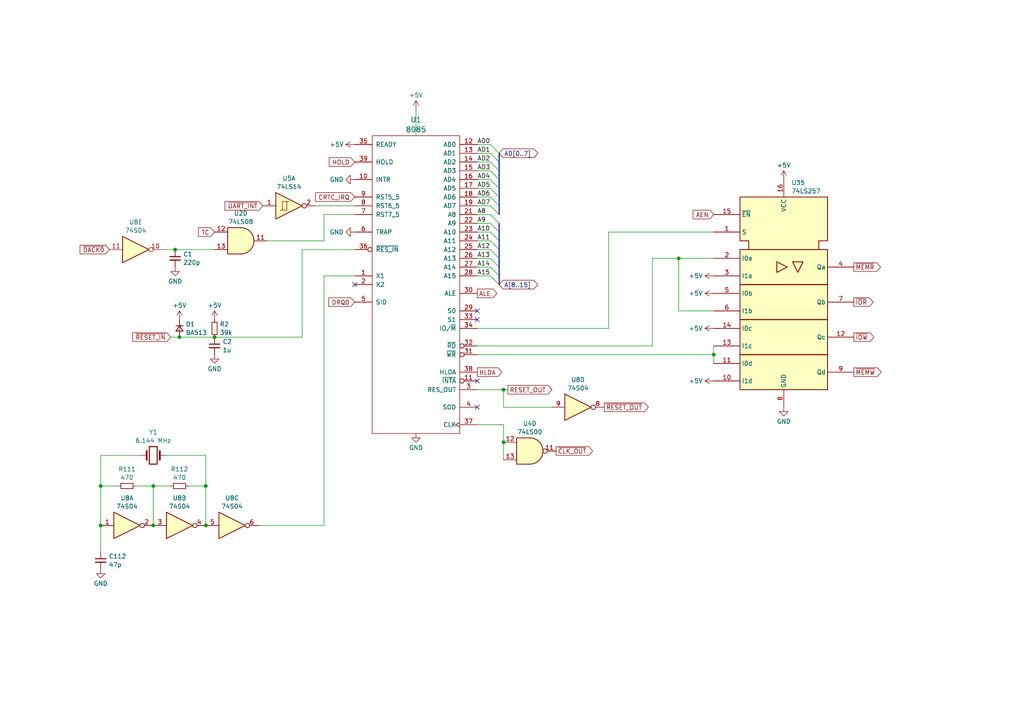
<source format=kicad_sch>
(kicad_sch (version 20230121) (generator eeschema)
  (paper "A4")
  (title_block (title "Iskra Delta Partner Video (text) 30 797 044") (date "2023-08-17") (rev "1") (company "Jernej Jakob <jernej.jakob@gmail.com>") (comment 1 "reverse engineered by hand"))
  (lib_symbols
    (symbol "74xx:74LS00" (pin_names (offset 1.016))
      (property "Reference" "U" (at 0 1.27 0))
      (property "Value" "74LS00" (at 0 -1.27 0))
      (symbol "74LS00_1_1"
        (arc (start 0 -3.81) (mid 3.7934 0) (end 0 3.81) (stroke (width 0.254)) (fill (type background)))
        (polyline (pts (xy 0 3.81) (xy -3.81 3.81) (xy -3.81 -3.81) (xy 0 -3.81)) (stroke (width 0.254)) (fill (type background)))
        (pin input line (at -7.62 2.54 0) (length 3.81) (name "~") (number "1"))
        (pin input line (at -7.62 -2.54 0) (length 3.81) (name "~") (number "2"))
        (pin output inverted (at 7.62 0 180) (length 3.81) (name "~") (number "3"))
      )
      (symbol "74LS00_1_2"
        (arc (start -3.81 -3.81) (mid -2.589 0) (end -3.81 3.81) (stroke (width 0.254)))
        (arc (start -0.6096 -3.81) (mid 2.1842 -2.5851) (end 3.81 0) (stroke (width 0.254)) (fill (type background)))
        (polyline (pts (xy -3.81 -3.81) (xy -0.635 -3.81)) (stroke (width 0.254)) (fill (type background)))
        (polyline (pts (xy -3.81 3.81) (xy -0.635 3.81)) (stroke (width 0.254)) (fill (type background)))
        (polyline (pts (xy -0.635 3.81) (xy -3.81 3.81) (xy -3.81 3.81) (xy -3.556 3.4036) (xy -3.0226 2.2606) (xy -2.6924 1.0414) (xy -2.6162 -0.254) (xy -2.7686 -1.4986) (xy -3.175 -2.7178) (xy -3.81 -3.81) (xy -3.81 -3.81) (xy -0.635 -3.81)) (stroke (width -25.4)) (fill (type background)))
        (arc (start 3.81 0) (mid 2.1915 2.5936) (end -0.6096 3.81) (stroke (width 0.254)) (fill (type background)))
        (pin input inverted (at -7.62 2.54 0) (length 4.318) (name "~") (number "1"))
        (pin input inverted (at -7.62 -2.54 0) (length 4.318) (name "~") (number "2"))
        (pin output line (at 7.62 0 180) (length 3.81) (name "~") (number "3"))
      )
      (symbol "74LS00_2_1"
        (arc (start 0 -3.81) (mid 3.7934 0) (end 0 3.81) (stroke (width 0.254)) (fill (type background)))
        (polyline (pts (xy 0 3.81) (xy -3.81 3.81) (xy -3.81 -3.81) (xy 0 -3.81)) (stroke (width 0.254)) (fill (type background)))
        (pin input line (at -7.62 2.54 0) (length 3.81) (name "~") (number "4"))
        (pin input line (at -7.62 -2.54 0) (length 3.81) (name "~") (number "5"))
        (pin output inverted (at 7.62 0 180) (length 3.81) (name "~") (number "6"))
      )
      (symbol "74LS00_2_2"
        (arc (start -3.81 -3.81) (mid -2.589 0) (end -3.81 3.81) (stroke (width 0.254)))
        (arc (start -0.6096 -3.81) (mid 2.1842 -2.5851) (end 3.81 0) (stroke (width 0.254)) (fill (type background)))
        (polyline (pts (xy -3.81 -3.81) (xy -0.635 -3.81)) (stroke (width 0.254)) (fill (type background)))
        (polyline (pts (xy -3.81 3.81) (xy -0.635 3.81)) (stroke (width 0.254)) (fill (type background)))
        (polyline (pts (xy -0.635 3.81) (xy -3.81 3.81) (xy -3.81 3.81) (xy -3.556 3.4036) (xy -3.0226 2.2606) (xy -2.6924 1.0414) (xy -2.6162 -0.254) (xy -2.7686 -1.4986) (xy -3.175 -2.7178) (xy -3.81 -3.81) (xy -3.81 -3.81) (xy -0.635 -3.81)) (stroke (width -25.4)) (fill (type background)))
        (arc (start 3.81 0) (mid 2.1915 2.5936) (end -0.6096 3.81) (stroke (width 0.254)) (fill (type background)))
        (pin input inverted (at -7.62 2.54 0) (length 4.318) (name "~") (number "4"))
        (pin input inverted (at -7.62 -2.54 0) (length 4.318) (name "~") (number "5"))
        (pin output line (at 7.62 0 180) (length 3.81) (name "~") (number "6"))
      )
      (symbol "74LS00_3_1"
        (arc (start 0 -3.81) (mid 3.7934 0) (end 0 3.81) (stroke (width 0.254)) (fill (type background)))
        (polyline (pts (xy 0 3.81) (xy -3.81 3.81) (xy -3.81 -3.81) (xy 0 -3.81)) (stroke (width 0.254)) (fill (type background)))
        (pin input line (at -7.62 -2.54 0) (length 3.81) (name "~") (number "10"))
        (pin output inverted (at 7.62 0 180) (length 3.81) (name "~") (number "8"))
        (pin input line (at -7.62 2.54 0) (length 3.81) (name "~") (number "9"))
      )
      (symbol "74LS00_3_2"
        (arc (start -3.81 -3.81) (mid -2.589 0) (end -3.81 3.81) (stroke (width 0.254)))
        (arc (start -0.6096 -3.81) (mid 2.1842 -2.5851) (end 3.81 0) (stroke (width 0.254)) (fill (type background)))
        (polyline (pts (xy -3.81 -3.81) (xy -0.635 -3.81)) (stroke (width 0.254)) (fill (type background)))
        (polyline (pts (xy -3.81 3.81) (xy -0.635 3.81)) (stroke (width 0.254)) (fill (type background)))
        (polyline (pts (xy -0.635 3.81) (xy -3.81 3.81) (xy -3.81 3.81) (xy -3.556 3.4036) (xy -3.0226 2.2606) (xy -2.6924 1.0414) (xy -2.6162 -0.254) (xy -2.7686 -1.4986) (xy -3.175 -2.7178) (xy -3.81 -3.81) (xy -3.81 -3.81) (xy -0.635 -3.81)) (stroke (width -25.4)) (fill (type background)))
        (arc (start 3.81 0) (mid 2.1915 2.5936) (end -0.6096 3.81) (stroke (width 0.254)) (fill (type background)))
        (pin input inverted (at -7.62 -2.54 0) (length 4.318) (name "~") (number "10"))
        (pin output line (at 7.62 0 180) (length 3.81) (name "~") (number "8"))
        (pin input inverted (at -7.62 2.54 0) (length 4.318) (name "~") (number "9"))
      )
      (symbol "74LS00_4_1"
        (arc (start 0 -3.81) (mid 3.7934 0) (end 0 3.81) (stroke (width 0.254)) (fill (type background)))
        (polyline (pts (xy 0 3.81) (xy -3.81 3.81) (xy -3.81 -3.81) (xy 0 -3.81)) (stroke (width 0.254)) (fill (type background)))
        (pin output inverted (at 7.62 0 180) (length 3.81) (name "~") (number "11"))
        (pin input line (at -7.62 2.54 0) (length 3.81) (name "~") (number "12"))
        (pin input line (at -7.62 -2.54 0) (length 3.81) (name "~") (number "13"))
      )
      (symbol "74LS00_4_2"
        (arc (start -3.81 -3.81) (mid -2.589 0) (end -3.81 3.81) (stroke (width 0.254)))
        (arc (start -0.6096 -3.81) (mid 2.1842 -2.5851) (end 3.81 0) (stroke (width 0.254)) (fill (type background)))
        (polyline (pts (xy -3.81 -3.81) (xy -0.635 -3.81)) (stroke (width 0.254)) (fill (type background)))
        (polyline (pts (xy -3.81 3.81) (xy -0.635 3.81)) (stroke (width 0.254)) (fill (type background)))
        (polyline (pts (xy -0.635 3.81) (xy -3.81 3.81) (xy -3.81 3.81) (xy -3.556 3.4036) (xy -3.0226 2.2606) (xy -2.6924 1.0414) (xy -2.6162 -0.254) (xy -2.7686 -1.4986) (xy -3.175 -2.7178) (xy -3.81 -3.81) (xy -3.81 -3.81) (xy -0.635 -3.81)) (stroke (width -25.4)) (fill (type background)))
        (arc (start 3.81 0) (mid 2.1915 2.5936) (end -0.6096 3.81) (stroke (width 0.254)) (fill (type background)))
        (pin output line (at 7.62 0 180) (length 3.81) (name "~") (number "11"))
        (pin input inverted (at -7.62 2.54 0) (length 4.318) (name "~") (number "12"))
        (pin input inverted (at -7.62 -2.54 0) (length 4.318) (name "~") (number "13"))
      )
      (symbol "74LS00_5_0"
        (pin power_in line (at 0 12.7 270) (length 5.08) (name "VCC") (number "14"))
        (pin power_in line (at 0 -12.7 90) (length 5.08) (name "GND") (number "7"))
      )
      (symbol "74LS00_5_1"
        (rectangle (start -5.08 7.62) (end 5.08 -7.62) (stroke (width 0.254)) (fill (type background)))
      )
    )
    (symbol "74xx:74LS04"
      (property "Reference" "U" (at 0 1.27 0))
      (property "Value" "74LS04" (at 0 -1.27 0))
      (symbol "74LS04_1_0"
        (polyline (pts (xy -3.81 3.81) (xy -3.81 -3.81) (xy 3.81 0) (xy -3.81 3.81)) (stroke (width 0.254)) (fill (type background)))
        (pin input line (at -7.62 0 0) (length 3.81) (name "~") (number "1"))
        (pin output inverted (at 7.62 0 180) (length 3.81) (name "~") (number "2"))
      )
      (symbol "74LS04_2_0"
        (polyline (pts (xy -3.81 3.81) (xy -3.81 -3.81) (xy 3.81 0) (xy -3.81 3.81)) (stroke (width 0.254)) (fill (type background)))
        (pin input line (at -7.62 0 0) (length 3.81) (name "~") (number "3"))
        (pin output inverted (at 7.62 0 180) (length 3.81) (name "~") (number "4"))
      )
      (symbol "74LS04_3_0"
        (polyline (pts (xy -3.81 3.81) (xy -3.81 -3.81) (xy 3.81 0) (xy -3.81 3.81)) (stroke (width 0.254)) (fill (type background)))
        (pin input line (at -7.62 0 0) (length 3.81) (name "~") (number "5"))
        (pin output inverted (at 7.62 0 180) (length 3.81) (name "~") (number "6"))
      )
      (symbol "74LS04_4_0"
        (polyline (pts (xy -3.81 3.81) (xy -3.81 -3.81) (xy 3.81 0) (xy -3.81 3.81)) (stroke (width 0.254)) (fill (type background)))
        (pin output inverted (at 7.62 0 180) (length 3.81) (name "~") (number "8"))
        (pin input line (at -7.62 0 0) (length 3.81) (name "~") (number "9"))
      )
      (symbol "74LS04_5_0"
        (polyline (pts (xy -3.81 3.81) (xy -3.81 -3.81) (xy 3.81 0) (xy -3.81 3.81)) (stroke (width 0.254)) (fill (type background)))
        (pin output inverted (at 7.62 0 180) (length 3.81) (name "~") (number "10"))
        (pin input line (at -7.62 0 0) (length 3.81) (name "~") (number "11"))
      )
      (symbol "74LS04_6_0"
        (polyline (pts (xy -3.81 3.81) (xy -3.81 -3.81) (xy 3.81 0) (xy -3.81 3.81)) (stroke (width 0.254)) (fill (type background)))
        (pin output inverted (at 7.62 0 180) (length 3.81) (name "~") (number "12"))
        (pin input line (at -7.62 0 0) (length 3.81) (name "~") (number "13"))
      )
      (symbol "74LS04_7_0"
        (pin power_in line (at 0 12.7 270) (length 5.08) (name "VCC") (number "14"))
        (pin power_in line (at 0 -12.7 90) (length 5.08) (name "GND") (number "7"))
      )
      (symbol "74LS04_7_1"
        (rectangle (start -5.08 7.62) (end 5.08 -7.62) (stroke (width 0.254)) (fill (type background)))
      )
    )
    (symbol "74xx:74LS08" (pin_names (offset 1.016))
      (property "Reference" "U" (at 0 1.27 0))
      (property "Value" "74LS08" (at 0 -1.27 0))
      (symbol "74LS08_1_1"
        (arc (start 0 -3.81) (mid 3.7934 0) (end 0 3.81) (stroke (width 0.254)) (fill (type background)))
        (polyline (pts (xy 0 3.81) (xy -3.81 3.81) (xy -3.81 -3.81) (xy 0 -3.81)) (stroke (width 0.254)) (fill (type background)))
        (pin input line (at -7.62 2.54 0) (length 3.81) (name "~") (number "1"))
        (pin input line (at -7.62 -2.54 0) (length 3.81) (name "~") (number "2"))
        (pin output line (at 7.62 0 180) (length 3.81) (name "~") (number "3"))
      )
      (symbol "74LS08_1_2"
        (arc (start -3.81 -3.81) (mid -2.589 0) (end -3.81 3.81) (stroke (width 0.254)))
        (arc (start -0.6096 -3.81) (mid 2.1842 -2.5851) (end 3.81 0) (stroke (width 0.254)) (fill (type background)))
        (polyline (pts (xy -3.81 -3.81) (xy -0.635 -3.81)) (stroke (width 0.254)) (fill (type background)))
        (polyline (pts (xy -3.81 3.81) (xy -0.635 3.81)) (stroke (width 0.254)) (fill (type background)))
        (polyline (pts (xy -0.635 3.81) (xy -3.81 3.81) (xy -3.81 3.81) (xy -3.556 3.4036) (xy -3.0226 2.2606) (xy -2.6924 1.0414) (xy -2.6162 -0.254) (xy -2.7686 -1.4986) (xy -3.175 -2.7178) (xy -3.81 -3.81) (xy -3.81 -3.81) (xy -0.635 -3.81)) (stroke (width -25.4)) (fill (type background)))
        (arc (start 3.81 0) (mid 2.1915 2.5936) (end -0.6096 3.81) (stroke (width 0.254)) (fill (type background)))
        (pin input inverted (at -7.62 2.54 0) (length 4.318) (name "~") (number "1"))
        (pin input inverted (at -7.62 -2.54 0) (length 4.318) (name "~") (number "2"))
        (pin output inverted (at 7.62 0 180) (length 3.81) (name "~") (number "3"))
      )
      (symbol "74LS08_2_1"
        (arc (start 0 -3.81) (mid 3.7934 0) (end 0 3.81) (stroke (width 0.254)) (fill (type background)))
        (polyline (pts (xy 0 3.81) (xy -3.81 3.81) (xy -3.81 -3.81) (xy 0 -3.81)) (stroke (width 0.254)) (fill (type background)))
        (pin input line (at -7.62 2.54 0) (length 3.81) (name "~") (number "4"))
        (pin input line (at -7.62 -2.54 0) (length 3.81) (name "~") (number "5"))
        (pin output line (at 7.62 0 180) (length 3.81) (name "~") (number "6"))
      )
      (symbol "74LS08_2_2"
        (arc (start -3.81 -3.81) (mid -2.589 0) (end -3.81 3.81) (stroke (width 0.254)))
        (arc (start -0.6096 -3.81) (mid 2.1842 -2.5851) (end 3.81 0) (stroke (width 0.254)) (fill (type background)))
        (polyline (pts (xy -3.81 -3.81) (xy -0.635 -3.81)) (stroke (width 0.254)) (fill (type background)))
        (polyline (pts (xy -3.81 3.81) (xy -0.635 3.81)) (stroke (width 0.254)) (fill (type background)))
        (polyline (pts (xy -0.635 3.81) (xy -3.81 3.81) (xy -3.81 3.81) (xy -3.556 3.4036) (xy -3.0226 2.2606) (xy -2.6924 1.0414) (xy -2.6162 -0.254) (xy -2.7686 -1.4986) (xy -3.175 -2.7178) (xy -3.81 -3.81) (xy -3.81 -3.81) (xy -0.635 -3.81)) (stroke (width -25.4)) (fill (type background)))
        (arc (start 3.81 0) (mid 2.1915 2.5936) (end -0.6096 3.81) (stroke (width 0.254)) (fill (type background)))
        (pin input inverted (at -7.62 2.54 0) (length 4.318) (name "~") (number "4"))
        (pin input inverted (at -7.62 -2.54 0) (length 4.318) (name "~") (number "5"))
        (pin output inverted (at 7.62 0 180) (length 3.81) (name "~") (number "6"))
      )
      (symbol "74LS08_3_1"
        (arc (start 0 -3.81) (mid 3.7934 0) (end 0 3.81) (stroke (width 0.254)) (fill (type background)))
        (polyline (pts (xy 0 3.81) (xy -3.81 3.81) (xy -3.81 -3.81) (xy 0 -3.81)) (stroke (width 0.254)) (fill (type background)))
        (pin input line (at -7.62 -2.54 0) (length 3.81) (name "~") (number "10"))
        (pin output line (at 7.62 0 180) (length 3.81) (name "~") (number "8"))
        (pin input line (at -7.62 2.54 0) (length 3.81) (name "~") (number "9"))
      )
      (symbol "74LS08_3_2"
        (arc (start -3.81 -3.81) (mid -2.589 0) (end -3.81 3.81) (stroke (width 0.254)))
        (arc (start -0.6096 -3.81) (mid 2.1842 -2.5851) (end 3.81 0) (stroke (width 0.254)) (fill (type background)))
        (polyline (pts (xy -3.81 -3.81) (xy -0.635 -3.81)) (stroke (width 0.254)) (fill (type background)))
        (polyline (pts (xy -3.81 3.81) (xy -0.635 3.81)) (stroke (width 0.254)) (fill (type background)))
        (polyline (pts (xy -0.635 3.81) (xy -3.81 3.81) (xy -3.81 3.81) (xy -3.556 3.4036) (xy -3.0226 2.2606) (xy -2.6924 1.0414) (xy -2.6162 -0.254) (xy -2.7686 -1.4986) (xy -3.175 -2.7178) (xy -3.81 -3.81) (xy -3.81 -3.81) (xy -0.635 -3.81)) (stroke (width -25.4)) (fill (type background)))
        (arc (start 3.81 0) (mid 2.1915 2.5936) (end -0.6096 3.81) (stroke (width 0.254)) (fill (type background)))
        (pin input inverted (at -7.62 -2.54 0) (length 4.318) (name "~") (number "10"))
        (pin output inverted (at 7.62 0 180) (length 3.81) (name "~") (number "8"))
        (pin input inverted (at -7.62 2.54 0) (length 4.318) (name "~") (number "9"))
      )
      (symbol "74LS08_4_1"
        (arc (start 0 -3.81) (mid 3.7934 0) (end 0 3.81) (stroke (width 0.254)) (fill (type background)))
        (polyline (pts (xy 0 3.81) (xy -3.81 3.81) (xy -3.81 -3.81) (xy 0 -3.81)) (stroke (width 0.254)) (fill (type background)))
        (pin output line (at 7.62 0 180) (length 3.81) (name "~") (number "11"))
        (pin input line (at -7.62 2.54 0) (length 3.81) (name "~") (number "12"))
        (pin input line (at -7.62 -2.54 0) (length 3.81) (name "~") (number "13"))
      )
      (symbol "74LS08_4_2"
        (arc (start -3.81 -3.81) (mid -2.589 0) (end -3.81 3.81) (stroke (width 0.254)))
        (arc (start -0.6096 -3.81) (mid 2.1842 -2.5851) (end 3.81 0) (stroke (width 0.254)) (fill (type background)))
        (polyline (pts (xy -3.81 -3.81) (xy -0.635 -3.81)) (stroke (width 0.254)) (fill (type background)))
        (polyline (pts (xy -3.81 3.81) (xy -0.635 3.81)) (stroke (width 0.254)) (fill (type background)))
        (polyline (pts (xy -0.635 3.81) (xy -3.81 3.81) (xy -3.81 3.81) (xy -3.556 3.4036) (xy -3.0226 2.2606) (xy -2.6924 1.0414) (xy -2.6162 -0.254) (xy -2.7686 -1.4986) (xy -3.175 -2.7178) (xy -3.81 -3.81) (xy -3.81 -3.81) (xy -0.635 -3.81)) (stroke (width -25.4)) (fill (type background)))
        (arc (start 3.81 0) (mid 2.1915 2.5936) (end -0.6096 3.81) (stroke (width 0.254)) (fill (type background)))
        (pin output inverted (at 7.62 0 180) (length 3.81) (name "~") (number "11"))
        (pin input inverted (at -7.62 2.54 0) (length 4.318) (name "~") (number "12"))
        (pin input inverted (at -7.62 -2.54 0) (length 4.318) (name "~") (number "13"))
      )
      (symbol "74LS08_5_0"
        (pin power_in line (at 0 12.7 270) (length 5.08) (name "VCC") (number "14"))
        (pin power_in line (at 0 -12.7 90) (length 5.08) (name "GND") (number "7"))
      )
      (symbol "74LS08_5_1"
        (rectangle (start -5.08 7.62) (end 5.08 -7.62) (stroke (width 0.254)) (fill (type background)))
      )
    )
    (symbol "74xx:74LS14" (pin_names (offset 1.016))
      (property "Reference" "U" (at 0 1.27 0))
      (property "Value" "74LS14" (at 0 -1.27 0))
      (symbol "74LS14_1_0"
        (polyline (pts (xy -3.81 3.81) (xy -3.81 -3.81) (xy 3.81 0) (xy -3.81 3.81)) (stroke (width 0.254)) (fill (type background)))
        (pin input line (at -7.62 0 0) (length 3.81) (name "~") (number "1"))
        (pin output inverted (at 7.62 0 180) (length 3.81) (name "~") (number "2"))
      )
      (symbol "74LS14_1_1"
        (polyline (pts (xy -1.905 -1.27) (xy -1.905 1.27) (xy -0.635 1.27)))
        (polyline (pts (xy -2.54 -1.27) (xy -0.635 -1.27) (xy -0.635 1.27) (xy 0 1.27)))
      )
      (symbol "74LS14_2_0"
        (polyline (pts (xy -3.81 3.81) (xy -3.81 -3.81) (xy 3.81 0) (xy -3.81 3.81)) (stroke (width 0.254)) (fill (type background)))
        (pin input line (at -7.62 0 0) (length 3.81) (name "~") (number "3"))
        (pin output inverted (at 7.62 0 180) (length 3.81) (name "~") (number "4"))
      )
      (symbol "74LS14_2_1"
        (polyline (pts (xy -1.905 -1.27) (xy -1.905 1.27) (xy -0.635 1.27)))
        (polyline (pts (xy -2.54 -1.27) (xy -0.635 -1.27) (xy -0.635 1.27) (xy 0 1.27)))
      )
      (symbol "74LS14_3_0"
        (polyline (pts (xy -3.81 3.81) (xy -3.81 -3.81) (xy 3.81 0) (xy -3.81 3.81)) (stroke (width 0.254)) (fill (type background)))
        (pin input line (at -7.62 0 0) (length 3.81) (name "~") (number "5"))
        (pin output inverted (at 7.62 0 180) (length 3.81) (name "~") (number "6"))
      )
      (symbol "74LS14_3_1"
        (polyline (pts (xy -1.905 -1.27) (xy -1.905 1.27) (xy -0.635 1.27)))
        (polyline (pts (xy -2.54 -1.27) (xy -0.635 -1.27) (xy -0.635 1.27) (xy 0 1.27)))
      )
      (symbol "74LS14_4_0"
        (polyline (pts (xy -3.81 3.81) (xy -3.81 -3.81) (xy 3.81 0) (xy -3.81 3.81)) (stroke (width 0.254)) (fill (type background)))
        (pin output inverted (at 7.62 0 180) (length 3.81) (name "~") (number "8"))
        (pin input line (at -7.62 0 0) (length 3.81) (name "~") (number "9"))
      )
      (symbol "74LS14_4_1"
        (polyline (pts (xy -1.905 -1.27) (xy -1.905 1.27) (xy -0.635 1.27)))
        (polyline (pts (xy -2.54 -1.27) (xy -0.635 -1.27) (xy -0.635 1.27) (xy 0 1.27)))
      )
      (symbol "74LS14_5_0"
        (polyline (pts (xy -3.81 3.81) (xy -3.81 -3.81) (xy 3.81 0) (xy -3.81 3.81)) (stroke (width 0.254)) (fill (type background)))
        (pin output inverted (at 7.62 0 180) (length 3.81) (name "~") (number "10"))
        (pin input line (at -7.62 0 0) (length 3.81) (name "~") (number "11"))
      )
      (symbol "74LS14_5_1"
        (polyline (pts (xy -1.905 -1.27) (xy -1.905 1.27) (xy -0.635 1.27)))
        (polyline (pts (xy -2.54 -1.27) (xy -0.635 -1.27) (xy -0.635 1.27) (xy 0 1.27)))
      )
      (symbol "74LS14_6_0"
        (polyline (pts (xy -3.81 3.81) (xy -3.81 -3.81) (xy 3.81 0) (xy -3.81 3.81)) (stroke (width 0.254)) (fill (type background)))
        (pin output inverted (at 7.62 0 180) (length 3.81) (name "~") (number "12"))
        (pin input line (at -7.62 0 0) (length 3.81) (name "~") (number "13"))
      )
      (symbol "74LS14_6_1"
        (polyline (pts (xy -1.905 -1.27) (xy -1.905 1.27) (xy -0.635 1.27)))
        (polyline (pts (xy -2.54 -1.27) (xy -0.635 -1.27) (xy -0.635 1.27) (xy 0 1.27)))
      )
      (symbol "74LS14_7_0"
        (pin power_in line (at 0 12.7 270) (length 5.08) (name "VCC") (number "14"))
        (pin power_in line (at 0 -12.7 90) (length 5.08) (name "GND") (number "7"))
      )
      (symbol "74LS14_7_1"
        (rectangle (start -5.08 7.62) (end 5.08 -7.62) (stroke (width 0.254)) (fill (type background)))
      )
    )
    (symbol "74xx_IEEE:74LS257"
      (property "Reference" "U" (at 15.24 20.32 0))
      (property "Value" "74LS257" (at 12.7 -33.02 0))
      (symbol "74LS257_0_0"
        (rectangle (start -12.7 -17.78) (end 12.7 -27.94) (stroke (width 0.254)) (fill (type background)))
        (rectangle (start -12.7 -7.62) (end 12.7 -17.78) (stroke (width 0.254)) (fill (type background)))
        (rectangle (start -12.7 2.54) (end 12.7 -7.62) (stroke (width 0.254)) (fill (type background)))
        (rectangle (start -12.7 12.7) (end 12.7 2.54) (stroke (width 0.254)) (fill (type background)))
        (polyline (pts (xy -2.032 9.144) (xy -2.032 6.096) (xy 1.016 7.62) (xy -2.032 9.144) (xy -2.032 9.144)) (stroke (width 0.254)) (fill (type background)))
        (polyline (pts (xy 5.588 9.144) (xy 2.54 9.144) (xy 4.064 6.096) (xy 5.588 9.144) (xy 5.588 9.144)) (stroke (width 0.254)) (fill (type background)))
        (polyline (pts (xy -10.16 12.7) (xy -10.16 15.24) (xy -12.7 15.24) (xy -12.7 27.94) (xy 12.7 27.94) (xy 12.7 15.24) (xy 10.16 15.24) (xy 10.16 12.7) (xy 10.16 12.7)) (stroke (width 0.254)) (fill (type background)))
        (pin power_in line (at 0 33.02 270) (length 5.08) (name "VCC") (number "16"))
        (pin power_in line (at 0 -33.02 90) (length 5.08) (name "GND") (number "8"))
      )
      (symbol "74LS257_1_1"
        (pin input line (at -20.32 17.78 0) (length 7.62) (name "S") (number "1"))
        (pin input line (at -20.32 -25.4 0) (length 7.62) (name "I1d") (number "10"))
        (pin input line (at -20.32 -20.32 0) (length 7.62) (name "I0d") (number "11"))
        (pin tri_state line (at 20.32 -12.7 180) (length 7.62) (name "Qc") (number "12"))
        (pin input line (at -20.32 -15.24 0) (length 7.62) (name "I1c") (number "13"))
        (pin input line (at -20.32 -10.16 0) (length 7.62) (name "I0c") (number "14"))
        (pin input line (at -20.32 22.86 0) (length 7.62) (name "~{EN}") (number "15"))
        (pin input line (at -20.32 10.16 0) (length 7.62) (name "I0a") (number "2"))
        (pin input line (at -20.32 5.08 0) (length 7.62) (name "I1a") (number "3"))
        (pin tri_state line (at 20.32 7.62 180) (length 7.62) (name "Qa") (number "4"))
        (pin input line (at -20.32 0 0) (length 7.62) (name "I0b") (number "5"))
        (pin input line (at -20.32 -5.08 0) (length 7.62) (name "I1b") (number "6"))
        (pin tri_state line (at 20.32 -2.54 180) (length 7.62) (name "Qb") (number "7"))
        (pin tri_state line (at 20.32 -22.86 180) (length 7.62) (name "Qd") (number "9"))
      )
    )
    (symbol "8085:8085" (pin_names (offset 1.016))
      (property "Reference" "U" (at -12.7 44.45 0))
      (property "Value" "8085" (at -12.7 -44.45 0))
      (symbol "8085_0_1"
        (rectangle (start -12.7 43.18) (end 12.7 -43.18))
      )
      (symbol "8085_1_1"
        (pin input line (at -17.78 2.54 0) (length 5.08) (name "X1") (number "1"))
        (pin input line (at -17.78 30.48 0) (length 5.08) (name "INTR") (number "10"))
        (pin output inverted (at 17.78 -27.94 180) (length 5.08) (name "~{INTA}") (number "11"))
        (pin tri_state line (at 17.78 40.64 180) (length 5.08) (name "AD0") (number "12"))
        (pin tri_state line (at 17.78 38.1 180) (length 5.08) (name "AD1") (number "13"))
        (pin tri_state line (at 17.78 35.56 180) (length 5.08) (name "AD2") (number "14"))
        (pin tri_state line (at 17.78 33.02 180) (length 5.08) (name "AD3") (number "15"))
        (pin tri_state line (at 17.78 30.48 180) (length 5.08) (name "AD4") (number "16"))
        (pin tri_state line (at 17.78 27.94 180) (length 5.08) (name "AD5") (number "17"))
        (pin tri_state line (at 17.78 25.4 180) (length 5.08) (name "AD6") (number "18"))
        (pin tri_state line (at 17.78 22.86 180) (length 5.08) (name "AD7") (number "19"))
        (pin input line (at -17.78 0 0) (length 5.08) (name "X2") (number "2"))
        (pin power_in line (at 0 -43.18 90) (length 0) hide (name "GND") (number "20"))
        (pin tri_state line (at 17.78 20.32 180) (length 5.08) (name "A8") (number "21"))
        (pin tri_state line (at 17.78 17.78 180) (length 5.08) (name "A9") (number "22"))
        (pin tri_state line (at 17.78 15.24 180) (length 5.08) (name "A10") (number "23"))
        (pin tri_state line (at 17.78 12.7 180) (length 5.08) (name "A11") (number "24"))
        (pin tri_state line (at 17.78 10.16 180) (length 5.08) (name "A12") (number "25"))
        (pin tri_state line (at 17.78 7.62 180) (length 5.08) (name "A13") (number "26"))
        (pin tri_state line (at 17.78 5.08 180) (length 5.08) (name "A14") (number "27"))
        (pin tri_state line (at 17.78 2.54 180) (length 5.08) (name "A15") (number "28"))
        (pin output line (at 17.78 -7.62 180) (length 5.08) (name "S0") (number "29"))
        (pin output line (at 17.78 -30.48 180) (length 5.08) (name "RES_OUT") (number "3"))
        (pin output line (at 17.78 -2.54 180) (length 5.08) (name "ALE") (number "30"))
        (pin output inverted (at 17.78 -20.32 180) (length 5.08) (name "~{WR}") (number "31"))
        (pin output inverted (at 17.78 -17.78 180) (length 5.08) (name "~{RD}") (number "32"))
        (pin output line (at 17.78 -10.16 180) (length 5.08) (name "S1") (number "33"))
        (pin output line (at 17.78 -12.7 180) (length 5.08) (name "IO/~{M}") (number "34"))
        (pin input line (at -17.78 40.64 0) (length 5.08) (name "READY") (number "35"))
        (pin input inverted (at -17.78 10.16 0) (length 5.08) (name "~{RES_IN}") (number "36"))
        (pin output clock (at 17.78 -40.64 180) (length 5.08) (name "CLK") (number "37"))
        (pin output line (at 17.78 -25.4 180) (length 5.08) (name "HLDA") (number "38"))
        (pin input line (at -17.78 35.56 0) (length 5.08) (name "HOLD") (number "39"))
        (pin output line (at 17.78 -35.56 180) (length 5.08) (name "SOD") (number "4"))
        (pin power_in line (at 0 43.18 270) (length 0) hide (name "VCC") (number "40"))
        (pin input line (at -17.78 -5.08 0) (length 5.08) (name "SID") (number "5"))
        (pin input line (at -17.78 15.24 0) (length 5.08) (name "TRAP") (number "6"))
        (pin input line (at -17.78 20.32 0) (length 5.08) (name "RST7_5") (number "7"))
        (pin input line (at -17.78 22.86 0) (length 5.08) (name "RST6_5") (number "8"))
        (pin input line (at -17.78 25.4 0) (length 5.08) (name "RST5_5") (number "9"))
      )
    )
    (symbol "Device:C_Small" (pin_numbers hide) (pin_names (offset 0.254) hide)
      (property "Reference" "C" (at 0.254 1.778 0))
      (property "Value" "C_Small" (at 0.254 -2.032 0))
      (symbol "C_Small_0_1"
        (polyline (pts (xy -1.524 -0.508) (xy 1.524 -0.508)) (stroke (width 0.3302)))
        (polyline (pts (xy -1.524 0.508) (xy 1.524 0.508)) (stroke (width 0.3048)))
      )
      (symbol "C_Small_1_1"
        (pin passive line (at 0 2.54 270) (length 2.032) (name "~") (number "1"))
        (pin passive line (at 0 -2.54 90) (length 2.032) (name "~") (number "2"))
      )
    )
    (symbol "Device:Crystal" (pin_numbers hide) (pin_names (offset 1.016) hide)
      (property "Reference" "Y" (at 0 3.81 0))
      (property "Value" "Crystal" (at 0 -3.81 0))
      (symbol "Crystal_0_1"
        (rectangle (start -1.143 2.54) (end 1.143 -2.54) (stroke (width 0.3048)))
        (polyline (pts (xy -2.54 0) (xy -1.905 0)))
        (polyline (pts (xy -1.905 -1.27) (xy -1.905 1.27)) (stroke (width 0.508)))
        (polyline (pts (xy 1.905 -1.27) (xy 1.905 1.27)) (stroke (width 0.508)))
        (polyline (pts (xy 2.54 0) (xy 1.905 0)))
      )
      (symbol "Crystal_1_1"
        (pin passive line (at -3.81 0 0) (length 1.27) (name "1") (number "1"))
        (pin passive line (at 3.81 0 180) (length 1.27) (name "2") (number "2"))
      )
    )
    (symbol "Device:D_Small" (pin_numbers hide) (pin_names (offset 0.254) hide)
      (property "Reference" "D" (at -1.27 2.032 0))
      (property "Value" "D_Small" (at -3.81 -2.032 0))
      (symbol "D_Small_0_1"
        (polyline (pts (xy -0.762 -1.016) (xy -0.762 1.016)) (stroke (width 0.254)))
        (polyline (pts (xy -0.762 0) (xy 0.762 0)))
        (polyline (pts (xy 0.762 -1.016) (xy -0.762 0) (xy 0.762 1.016) (xy 0.762 -1.016)) (stroke (width 0.254)))
      )
      (symbol "D_Small_1_1"
        (pin passive line (at -2.54 0 0) (length 1.778) (name "K") (number "1"))
        (pin passive line (at 2.54 0 180) (length 1.778) (name "A") (number "2"))
      )
    )
    (symbol "Device:R_Small" (pin_numbers hide) (pin_names (offset 0.254) hide)
      (property "Reference" "R" (at 0.762 0.508 0))
      (property "Value" "R_Small" (at 0.762 -1.016 0))
      (symbol "R_Small_0_1"
        (rectangle (start -0.762 1.778) (end 0.762 -1.778) (stroke (width 0.2032)))
      )
      (symbol "R_Small_1_1"
        (pin passive line (at 0 2.54 270) (length 0.762) (name "~") (number "1"))
        (pin passive line (at 0 -2.54 90) (length 0.762) (name "~") (number "2"))
      )
    )
    (symbol "power:+5V" (power) (pin_names (offset 0))
      (property "Value" "+5V" (at 0 3.556 0))
      (symbol "+5V_0_1"
        (polyline (pts (xy -0.762 1.27) (xy 0 2.54)))
        (polyline (pts (xy 0 0) (xy 0 2.54)))
        (polyline (pts (xy 0 2.54) (xy 0.762 1.27)))
      )
      (symbol "+5V_1_1"
        (pin power_in line (at 0 0 90) (length 0) hide (name "+5V") (number "1"))
      )
    )
    (symbol "power:GND" (power) (pin_names (offset 0))
      (property "Value" "GND" (at 0 -3.81 0))
      (symbol "GND_0_1"
        (polyline (pts (xy 0 0) (xy 0 -1.27) (xy 1.27 -1.27) (xy 0 -2.54) (xy -1.27 -1.27) (xy 0 -1.27)))
      )
      (symbol "GND_1_1"
        (pin power_in line (at 0 0 270) (length 0) hide (name "GND") (number "1"))
      )
    )
  )
  (junction (at 146.05 128.27))
  (junction (at 196.85 74.93))
  (junction (at 207.01 102.87))
  (junction (at 146.05 113.03))
  (junction (at 29.21 140.97))
  (junction (at 59.69 140.97))
  (junction (at 62.23 97.79))
  (junction (at 29.21 152.4))
  (junction (at 44.45 140.97))
  (junction (at 52.07 97.79))
  (junction (at 50.8 72.39))
  (junction (at 44.45 152.4))
  (junction (at 59.69 152.4))
  (no_connect (at 138.43 118.11))
  (no_connect (at 102.87 82.55))
  (no_connect (at 138.43 110.49))
  (no_connect (at 138.43 90.17))
  (no_connect (at 138.43 92.71))
  (bus_entry (at 142.24 59.69) (size 2.54 2.54))
  (bus_entry (at 142.24 52.07) (size 2.54 2.54))
  (bus_entry (at 142.24 74.93) (size 2.54 2.54))
  (bus_entry (at 142.24 77.47) (size 2.54 2.54))
  (bus_entry (at 142.24 44.45) (size 2.54 2.54))
  (bus_entry (at 142.24 46.99) (size 2.54 2.54))
  (bus_entry (at 142.24 80.01) (size 2.54 2.54))
  (bus_entry (at 142.24 57.15) (size 2.54 2.54))
  (bus_entry (at 142.24 72.39) (size 2.54 2.54))
  (bus_entry (at 142.24 69.85) (size 2.54 2.54))
  (bus_entry (at 142.24 54.61) (size 2.54 2.54))
  (bus_entry (at 142.24 41.91) (size 2.54 2.54))
  (bus_entry (at 142.24 64.77) (size 2.54 2.54))
  (bus_entry (at 142.24 67.31) (size 2.54 2.54))
  (bus_entry (at 142.24 62.23) (size 2.54 2.54))
  (bus_entry (at 142.24 49.53) (size 2.54 2.54))
  (bus (pts (xy 144.78 49.53) (xy 144.78 52.07)))
  (wire (pts (xy 87.63 72.39) (xy 102.87 72.39)))
  (wire (pts (xy 138.43 49.53) (xy 142.24 49.53)))
  (wire (pts (xy 29.21 152.4) (xy 29.21 140.97)))
  (wire (pts (xy 120.65 31.75) (xy 120.65 39.37)))
  (wire (pts (xy 138.43 72.39) (xy 142.24 72.39)))
  (wire (pts (xy 138.43 52.07) (xy 142.24 52.07)))
  (wire (pts (xy 146.05 123.19) (xy 146.05 128.27)))
  (wire (pts (xy 138.43 46.99) (xy 142.24 46.99)))
  (wire (pts (xy 48.26 132.08) (xy 59.69 132.08)))
  (wire (pts (xy 146.05 113.03) (xy 147.32 113.03)))
  (wire (pts (xy 138.43 57.15) (xy 142.24 57.15)))
  (wire (pts (xy 207.01 90.17) (xy 196.85 90.17)))
  (wire (pts (xy 196.85 90.17) (xy 196.85 74.93)))
  (wire (pts (xy 44.45 140.97) (xy 44.45 152.4)))
  (wire (pts (xy 138.43 80.01) (xy 142.24 80.01)))
  (wire (pts (xy 138.43 64.77) (xy 142.24 64.77)))
  (wire (pts (xy 138.43 69.85) (xy 142.24 69.85)))
  (wire (pts (xy 54.61 140.97) (xy 59.69 140.97)))
  (wire (pts (xy 93.98 152.4) (xy 74.93 152.4)))
  (wire (pts (xy 146.05 128.27) (xy 146.05 133.35)))
  (wire (pts (xy 39.37 140.97) (xy 44.45 140.97)))
  (wire (pts (xy 138.43 41.91) (xy 142.24 41.91)))
  (wire (pts (xy 59.69 132.08) (xy 59.69 140.97)))
  (wire (pts (xy 146.05 118.11) (xy 160.02 118.11)))
  (wire (pts (xy 138.43 44.45) (xy 142.24 44.45)))
  (wire (pts (xy 138.43 74.93) (xy 142.24 74.93)))
  (wire (pts (xy 44.45 140.97) (xy 49.53 140.97)))
  (wire (pts (xy 138.43 54.61) (xy 142.24 54.61)))
  (wire (pts (xy 176.53 95.25) (xy 176.53 67.31)))
  (wire (pts (xy 102.87 80.01) (xy 93.98 80.01)))
  (bus (pts (xy 144.78 69.85) (xy 144.78 72.39)))
  (wire (pts (xy 52.07 97.79) (xy 62.23 97.79)))
  (wire (pts (xy 93.98 69.85) (xy 93.98 62.23)))
  (wire (pts (xy 196.85 74.93) (xy 207.01 74.93)))
  (wire (pts (xy 138.43 67.31) (xy 142.24 67.31)))
  (wire (pts (xy 29.21 140.97) (xy 34.29 140.97)))
  (wire (pts (xy 189.23 74.93) (xy 196.85 74.93)))
  (wire (pts (xy 138.43 95.25) (xy 176.53 95.25)))
  (wire (pts (xy 146.05 113.03) (xy 146.05 118.11)))
  (wire (pts (xy 207.01 102.87) (xy 207.01 105.41)))
  (bus (pts (xy 144.78 72.39) (xy 144.78 74.93)))
  (wire (pts (xy 49.53 97.79) (xy 52.07 97.79)))
  (wire (pts (xy 91.44 59.69) (xy 102.87 59.69)))
  (wire (pts (xy 87.63 97.79) (xy 87.63 72.39)))
  (wire (pts (xy 50.8 72.39) (xy 62.23 72.39)))
  (wire (pts (xy 93.98 62.23) (xy 102.87 62.23)))
  (bus (pts (xy 144.78 64.77) (xy 144.78 67.31)))
  (wire (pts (xy 138.43 59.69) (xy 142.24 59.69)))
  (wire (pts (xy 77.47 69.85) (xy 93.98 69.85)))
  (bus (pts (xy 144.78 67.31) (xy 144.78 69.85)))
  (wire (pts (xy 40.64 132.08) (xy 29.21 132.08)))
  (wire (pts (xy 59.69 140.97) (xy 59.69 152.4)))
  (wire (pts (xy 207.01 102.87) (xy 207.01 100.33)))
  (wire (pts (xy 138.43 113.03) (xy 146.05 113.03)))
  (wire (pts (xy 138.43 100.33) (xy 189.23 100.33)))
  (bus (pts (xy 144.78 80.01) (xy 144.78 82.55)))
  (wire (pts (xy 138.43 62.23) (xy 142.24 62.23)))
  (wire (pts (xy 138.43 102.87) (xy 207.01 102.87)))
  (bus (pts (xy 144.78 54.61) (xy 144.78 57.15)))
  (bus (pts (xy 144.78 57.15) (xy 144.78 59.69)))
  (wire (pts (xy 176.53 67.31) (xy 207.01 67.31)))
  (bus (pts (xy 144.78 52.07) (xy 144.78 54.61)))
  (bus (pts (xy 144.78 77.47) (xy 144.78 80.01)))
  (wire (pts (xy 93.98 80.01) (xy 93.98 152.4)))
  (bus (pts (xy 144.78 44.45) (xy 144.78 46.99)))
  (bus (pts (xy 144.78 46.99) (xy 144.78 49.53)))
  (wire (pts (xy 189.23 100.33) (xy 189.23 74.93)))
  (wire (pts (xy 138.43 77.47) (xy 142.24 77.47)))
  (bus (pts (xy 144.78 74.93) (xy 144.78 77.47)))
  (bus (pts (xy 144.78 59.69) (xy 144.78 62.23)))
  (wire (pts (xy 138.43 123.19) (xy 146.05 123.19)))
  (wire (pts (xy 46.99 72.39) (xy 50.8 72.39)))
  (wire (pts (xy 62.23 97.79) (xy 87.63 97.79)))
  (wire (pts (xy 29.21 132.08) (xy 29.21 140.97)))
  (wire (pts (xy 29.21 152.4) (xy 29.21 160.02)))
  (label "A15" (at 138.43 80.01 0))
  (label "A11" (at 138.43 69.85 0))
  (label "AD2" (at 138.43 46.99 0))
  (label "A8" (at 138.43 62.23 0))
  (label "A9" (at 138.43 64.77 0))
  (label "AD3" (at 138.43 49.53 0))
  (label "AD6" (at 138.43 57.15 0))
  (label "AD4" (at 138.43 52.07 0))
  (label "A14" (at 138.43 77.47 0))
  (label "AD5" (at 138.43 54.61 0))
  (label "A12" (at 138.43 72.39 0))
  (label "AD0" (at 138.43 41.91 0))
  (label "AD1" (at 138.43 44.45 0))
  (label "A13" (at 138.43 74.93 0))
  (label "AD7" (at 138.43 59.69 0))
  (label "A10" (at 138.43 67.31 0))
  (global_label "~{MEMW}" (shape output) (at 247.65 107.95 0) (property "Intersheetrefs" "${INTERSHEET_REFS}" (effects hide)))
  (global_label "~{UART_INT}" (shape input) (at 76.2 59.69 180) (property "Intersheetrefs" "${INTERSHEET_REFS}" (effects hide)))
  (global_label "~{IOR}" (shape output) (at 247.65 87.63 0) (property "Intersheetrefs" "${INTERSHEET_REFS}" (effects hide)))
  (global_label "~{RESET_IN}" (shape input) (at 49.53 97.79 180) (property "Intersheetrefs" "${INTERSHEET_REFS}" (effects hide)))
  (global_label "AD[0..7]" (shape bidirectional) (at 144.78 44.45 0) (property "Intersheetrefs" "${INTERSHEET_REFS}" (effects hide)))
  (global_label "CRTC_IRQ" (shape input) (at 102.87 57.15 180) (property "Intersheetrefs" "${INTERSHEET_REFS}" (effects hide)))
  (global_label "ALE" (shape output) (at 138.43 85.09 0) (property "Intersheetrefs" "${INTERSHEET_REFS}" (effects hide)))
  (global_label "HLDA" (shape output) (at 138.43 107.95 0) (property "Intersheetrefs" "${INTERSHEET_REFS}" (effects hide)))
  (global_label "A[8..15]" (shape bidirectional) (at 144.78 82.55 0) (property "Intersheetrefs" "${INTERSHEET_REFS}" (effects hide)))
  (global_label "RESET_OUT" (shape output) (at 147.32 113.03 0) (property "Intersheetrefs" "${INTERSHEET_REFS}" (effects hide)))
  (global_label "AEN" (shape input) (at 207.01 62.23 180) (property "Intersheetrefs" "${INTERSHEET_REFS}" (effects hide)))
  (global_label "TC" (shape input) (at 62.23 67.31 180) (property "Intersheetrefs" "${INTERSHEET_REFS}" (effects hide)))
  (global_label "~{IOW}" (shape output) (at 247.65 97.79 0) (property "Intersheetrefs" "${INTERSHEET_REFS}" (effects hide)))
  (global_label "DRQ0" (shape input) (at 102.87 87.63 180) (property "Intersheetrefs" "${INTERSHEET_REFS}" (effects hide)))
  (global_label "~{CLK_OUT}" (shape output) (at 161.29 130.81 0) (property "Intersheetrefs" "${INTERSHEET_REFS}" (effects hide)))
  (global_label "~{MEMR}" (shape output) (at 247.65 77.47 0) (property "Intersheetrefs" "${INTERSHEET_REFS}" (effects hide)))
  (global_label "~{DACK0}" (shape input) (at 31.75 72.39 180) (property "Intersheetrefs" "${INTERSHEET_REFS}" (effects hide)))
  (global_label "~{RESET_OUT}" (shape output) (at 175.26 118.11 0) (property "Intersheetrefs" "${INTERSHEET_REFS}" (effects hide)))
  (global_label "HOLD" (shape input) (at 102.87 46.99 180) (property "Intersheetrefs" "${INTERSHEET_REFS}" (effects hide)))
  (symbol (lib_id "8085:8085") (at 120.65 82.55 0) (unit 1)
    (property "Reference" "U1" (at 120.65 34.7398 0) (effects (font (size 1.524 1.524))))
    (property "Value" "8085" (at 120.65 37.5726 0) (effects (font (size 1.524 1.524))))
    (property "Datasheet" "https://www.jameco.com/Jameco/Products/ProdDS/52062.pdf" (effects hide))
    (instances (project "partner_video" (path "" (reference "U1") (unit 1)) (path "" (reference "U25") (unit 1))))
  )
  (symbol (lib_id "power:+5V") (at 207.01 85.09 90) (unit 1)
    (property "Reference" "#PWR020" (effects hide))
    (property "Value" "+5V" (at 203.8351 85.09 90) (effects (justify left)))
  )
  (symbol (lib_id "74xx:74LS04") (at 67.31 152.4 0) (unit 3)
    (property "Reference" "U8" (at 67.31 144.4457 0))
    (property "Value" "74S04" (at 67.31 146.8699 0))
  )
  (symbol (lib_id "power:+5V") (at 102.87 41.91 90) (unit 1)
    (property "Reference" "#PWR010" (effects hide))
    (property "Value" "+5V" (at 99.6951 41.91 90) (effects (justify left)))
  )
  (symbol (lib_id "power:+5V") (at 120.65 31.75 0) (unit 1)
    (property "Reference" "#PWR03" (effects hide))
    (property "Value" "+5V" (at 120.65 27.6169 0))
    (instances (project "partner_video" (path "" (reference "#PWR03") (unit 1)) (path "" (reference "#PWR015") (unit 1))))
  )
  (symbol (lib_id "power:+5V") (at 207.01 110.49 90) (unit 1)
    (property "Reference" "#PWR022" (effects hide))
    (property "Value" "+5V" (at 203.8351 110.49 90) (effects (justify left)))
  )
  (symbol (lib_id "74xx:74LS04") (at 52.07 152.4 0) (unit 2)
    (property "Reference" "U8" (at 52.07 144.4457 0))
    (property "Value" "74S04" (at 52.07 146.8699 0))
  )
  (symbol (lib_id "74xx:74LS08") (at 69.85 69.85 0) (unit 4)
    (property "Reference" "U2" (at 69.8417 61.8957 0))
    (property "Value" "74LS08" (at 69.8417 64.3199 0))
    (property "Datasheet" "http://www.ti.com/lit/gpn/sn74LS08" (effects hide))
    (instances (project "partner_video" (path "" (reference "U2") (unit 4)) (path "" (reference "U9") (unit 4))))
  )
  (symbol (lib_id "Device:C_Small") (at 29.21 162.56 0) (unit 1)
    (property "Reference" "C112" (at 31.5341 161.3542 0) (effects (justify left)))
    (property "Value" "47p" (at 31.5341 163.7784 0) (effects (justify left)))
    (instances (project "partner_video" (path "" (reference "C112") (unit 1)) (path "" (reference "C20") (unit 1))))
  )
  (symbol (lib_id "74xx:74LS04") (at 167.64 118.11 0) (unit 4)
    (property "Reference" "U8" (at 167.64 110.1557 0))
    (property "Value" "74S04" (at 167.64 112.5799 0))
  )
  (symbol (lib_id "Device:C_Small") (at 50.8 74.93 0) (unit 1)
    (property "Reference" "C1" (at 53.1241 73.7242 0) (effects (justify left)))
    (property "Value" "220p" (at 53.1241 76.1484 0) (effects (justify left)))
    (instances (project "partner_video" (path "" (reference "C1") (unit 1)) (path "" (reference "C23") (unit 1))))
  )
  (symbol (lib_id "power:GND") (at 50.8 77.47 0) (unit 1)
    (property "Reference" "#PWR07" (effects hide))
    (property "Value" "GND" (at 50.8 81.6031 0))
    (instances (project "partner_video" (path "" (reference "#PWR07") (unit 1)) (path "" (reference "#PWR04") (unit 1))))
  )
  (symbol (lib_id "power:+5V") (at 207.01 95.25 90) (unit 1)
    (property "Reference" "#PWR021" (effects hide))
    (property "Value" "+5V" (at 203.8351 95.25 90) (effects (justify left)))
  )
  (symbol (lib_id "power:GND") (at 102.87 67.31 270) (unit 1)
    (property "Reference" "#PWR08" (effects hide))
    (property "Value" "GND" (at 99.6951 67.31 90) (effects (justify right)))
    (instances (project "partner_video" (path "" (reference "#PWR08") (unit 1)) (path "" (reference "#PWR014") (unit 1))))
  )
  (symbol (lib_id "power:+5V") (at 62.23 92.71 0) (unit 1)
    (property "Reference" "#PWR016" (effects hide))
    (property "Value" "+5V" (at 62.23 88.5769 0))
    (instances (project "partner_video" (path "" (reference "#PWR016") (unit 1)) (path "" (reference "#PWR08") (unit 1))))
  )
  (symbol (lib_id "power:GND") (at 29.21 165.1 0) (unit 1)
    (property "Reference" "#PWR09" (effects hide))
    (property "Value" "GND" (at 29.21 169.2331 0))
    (instances (project "partner_video" (path "" (reference "#PWR09") (unit 1)) (path "" (reference "#PWR03") (unit 1))))
  )
  (symbol (lib_id "Device:Crystal") (at 44.45 132.08 0) (unit 1)
    (property "Reference" "Y1" (at 44.45 125.3703 0))
    (property "Value" "6.144 MHz" (at 44.45 127.7945 0))
  )
  (symbol (lib_id "74xx_IEEE:74LS257") (at 227.33 85.09 0) (unit 1)
    (property "Reference" "U35" (at 229.5241 53.0057 0) (effects (justify left)))
    (property "Value" "74LS257" (at 229.5241 55.4299 0) (effects (justify left)))
  )
  (symbol (lib_id "74xx:74LS04") (at 39.37 72.39 0) (unit 5)
    (property "Reference" "U8" (at 39.37 64.4357 0))
    (property "Value" "74S04" (at 39.37 66.8599 0))
  )
  (symbol (lib_id "Device:C_Small") (at 62.23 100.33 0) (unit 1)
    (property "Reference" "C2" (at 64.5541 99.1242 0) (effects (justify left)))
    (property "Value" "1u" (at 64.5541 101.5484 0) (effects (justify left)))
    (instances (project "partner_video" (path "" (reference "C2") (unit 1)) (path "" (reference "C22") (unit 1))))
  )
  (symbol (lib_id "Device:R_Small") (at 62.23 95.25 0) (unit 1)
    (property "Reference" "R2" (at 63.7286 94.0379 0) (effects (justify left)))
    (property "Value" "39k" (at 63.7286 96.4621 0) (effects (justify left)))
  )
  (symbol (lib_id "74xx:74LS04") (at 36.83 152.4 0) (unit 1)
    (property "Reference" "U8" (at 36.83 144.4457 0))
    (property "Value" "74S04" (at 36.83 146.8699 0))
  )
  (symbol (lib_id "power:GND") (at 120.65 125.73 0) (unit 1)
    (property "Reference" "#PWR04" (effects hide))
    (property "Value" "GND" (at 120.65 129.8631 0))
    (instances (project "partner_video" (path "" (reference "#PWR04") (unit 1)) (path "" (reference "#PWR016") (unit 1))))
  )
  (symbol (lib_id "power:+5V") (at 227.33 52.07 0) (unit 1)
    (property "Reference" "#PWR018" (effects hide))
    (property "Value" "+5V" (at 227.33 47.9369 0))
  )
  (symbol (lib_id "power:GND") (at 102.87 52.07 270) (unit 1)
    (property "Reference" "#PWR013" (effects hide))
    (property "Value" "GND" (at 99.6951 52.07 90) (effects (justify right)))
  )
  (symbol (lib_id "74xx:74LS14") (at 83.82 59.69 0) (unit 1)
    (property "Reference" "U5" (at 83.82 51.7357 0))
    (property "Value" "74LS14" (at 83.82 54.1599 0))
    (property "Datasheet" "http://www.ti.com/lit/gpn/sn74LS14" (effects hide))
    (instances (project "partner_video" (path "" (reference "U5") (unit 1)) (path "" (reference "U27") (unit 1))))
  )
  (symbol (lib_id "power:+5V") (at 207.01 80.01 90) (unit 1)
    (property "Reference" "#PWR019" (effects hide))
    (property "Value" "+5V" (at 203.8351 80.01 90) (effects (justify left)))
  )
  (symbol (lib_id "power:+5V") (at 52.07 92.71 0) (unit 1)
    (property "Reference" "#PWR015" (effects hide))
    (property "Value" "+5V" (at 52.07 88.5769 0))
    (instances (project "partner_video" (path "" (reference "#PWR015") (unit 1)) (path "" (reference "#PWR07") (unit 1))))
  )
  (symbol (lib_id "Device:D_Small") (at 52.07 95.25 270) (unit 1)
    (property "Reference" "D1" (at 53.848 94.0379 90) (effects (justify left)))
    (property "Value" "BA513" (at 53.848 96.4621 90) (effects (justify left)))
    (property "Sim.Device" "D" (effects hide))
    (property "Sim.Pins" "1=K 2=A" (effects hide))
    (instances (project "partner_video" (path "" (reference "D1") (unit 1)) (path "" (reference "D3") (unit 1))))
  )
  (symbol (lib_id "power:GND") (at 62.23 102.87 0) (unit 1)
    (property "Reference" "#PWR014" (effects hide))
    (property "Value" "GND" (at 62.23 107.0031 0))
    (instances (project "partner_video" (path "" (reference "#PWR014") (unit 1)) (path "" (reference "#PWR09") (unit 1))))
  )
  (symbol (lib_id "Device:R_Small") (at 36.83 140.97 90) (unit 1)
    (property "Reference" "R111" (at 36.83 136.0891 90))
    (property "Value" "470" (at 36.83 138.5133 90))
    (instances (project "partner_video" (path "" (reference "R111") (unit 1)) (path "" (reference "R21") (unit 1))))
  )
  (symbol (lib_id "74xx:74LS00") (at 153.67 130.81 0) (unit 4)
    (property "Reference" "U4" (at 153.6617 122.8557 0))
    (property "Value" "74LS00" (at 153.6617 125.2799 0))
    (property "Datasheet" "http://www.ti.com/lit/gpn/sn74ls00" (effects hide))
    (instances (project "partner_video" (path "" (reference "U4") (unit 4)) (path "" (reference "U36") (unit 4))))
  )
  (symbol (lib_id "power:GND") (at 227.33 118.11 0) (unit 1)
    (property "Reference" "#PWR017" (effects hide))
    (property "Value" "GND" (at 227.33 122.2431 0))
  )
  (symbol (lib_id "Device:R_Small") (at 52.07 140.97 90) (unit 1)
    (property "Reference" "R112" (at 52.07 136.0891 90))
    (property "Value" "470" (at 52.07 138.5133 90))
    (instances (project "partner_video" (path "" (reference "R112") (unit 1)) (path "" (reference "R22") (unit 1))))
  )
)
</source>
